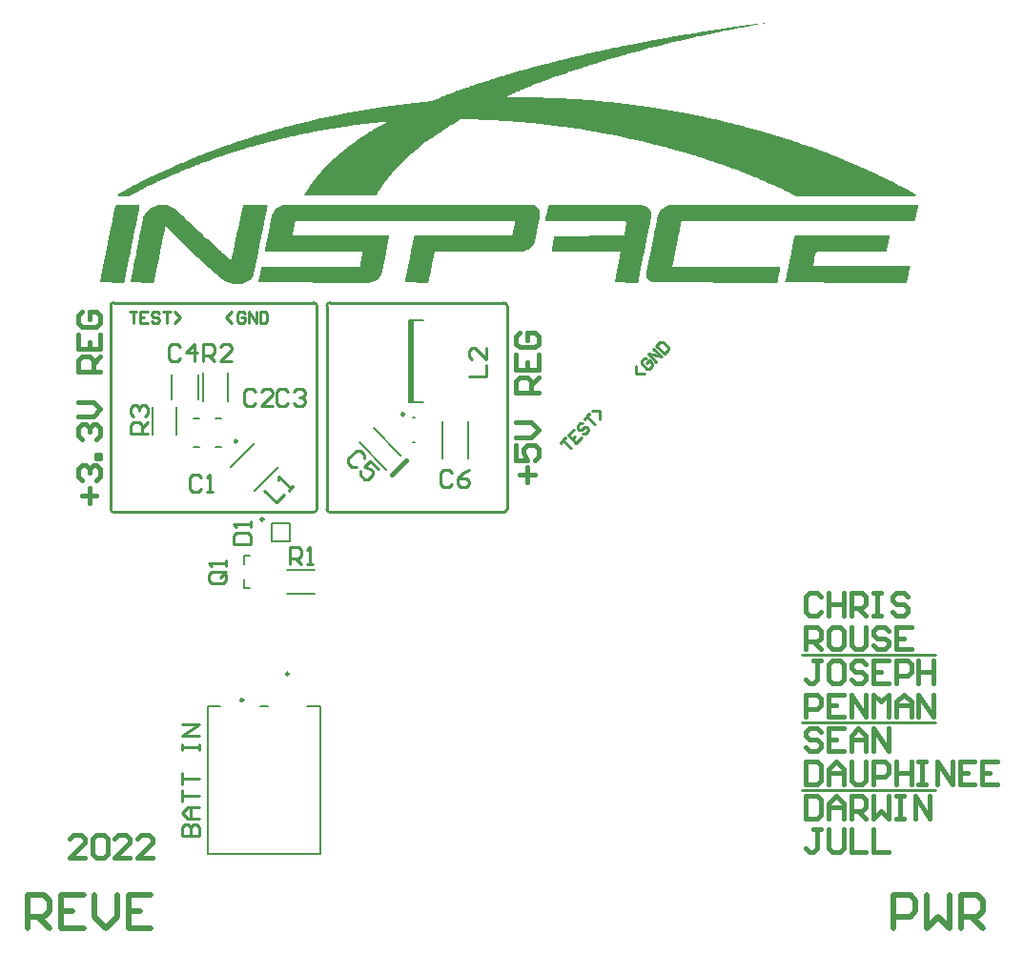
<source format=gbr>
%TF.GenerationSoftware,Altium Limited,Altium Designer,22.9.1 (49)*%
G04 Layer_Color=65535*
%FSLAX45Y45*%
%MOMM*%
%TF.SameCoordinates,682DF52B-C038-4893-B781-CD12F227844D*%
%TF.FilePolarity,Positive*%
%TF.FileFunction,Legend,Top*%
%TF.Part,Single*%
G01*
G75*
%TA.AperFunction,NonConductor*%
%ADD35C,0.25400*%
%ADD56C,0.25000*%
%ADD57C,0.20000*%
%ADD58C,0.40000*%
%ADD59C,0.50800*%
%ADD60R,0.55000X7.30000*%
G36*
X6950034Y8423523D02*
X6938413Y8420354D01*
X6922568Y8421411D01*
Y8423523D01*
X6948977Y8424580D01*
X6950034Y8423523D01*
D02*
G37*
G36*
X6894045Y8416129D02*
X6897215Y8412960D01*
X6883482Y8407678D01*
X6849677Y8405565D01*
X6834888Y8399227D01*
X6820099Y8397114D01*
X6793689Y8393945D01*
X6785238Y8391832D01*
X6773618Y8388663D01*
X6758829Y8386550D01*
X6738758Y8383381D01*
X6721856Y8379155D01*
X6694390Y8374930D01*
X6683826Y8372817D01*
X6672206Y8369648D01*
X6642627Y8365423D01*
X6617274Y8359084D01*
X6602485Y8356972D01*
X6586639Y8353802D01*
X6569737Y8349577D01*
X6559173Y8347464D01*
X6535933Y8343239D01*
X6517975Y8337957D01*
X6493678Y8334787D01*
X6485227Y8332675D01*
X6473607Y8329506D01*
X6465156Y8327393D01*
X6445084Y8324224D01*
X6436633Y8322111D01*
X6425013Y8318942D01*
X6416562Y8316829D01*
X6395435Y8314716D01*
X6384871Y8310491D01*
X6376420Y8308378D01*
X6361630Y8306265D01*
X6347898Y8303096D01*
X6329939Y8297814D01*
X6315150Y8295702D01*
X6301417Y8292533D01*
X6289797Y8289363D01*
X6281346Y8287251D01*
X6266556Y8285138D01*
X6252823Y8281969D01*
X6234865Y8276687D01*
X6216907Y8273518D01*
X6208455Y8271405D01*
X6198948Y8268236D01*
X6190497Y8266123D01*
X6170426Y8262954D01*
X6152468Y8257672D01*
X6144016Y8255559D01*
X6128171Y8252390D01*
X6110212Y8247108D01*
X6095423Y8244995D01*
X6081690Y8241826D01*
X6071126Y8237601D01*
X6058450Y8235488D01*
X6047886Y8233375D01*
X6039435Y8231262D01*
X6025702Y8225981D01*
X6005631Y8222811D01*
X5981334Y8215417D01*
X5963376Y8212248D01*
X5939079Y8204853D01*
X5922177Y8202740D01*
X5907387Y8196402D01*
X5892598Y8194289D01*
X5884147Y8192176D01*
X5873583Y8187951D01*
X5856681Y8183725D01*
X5845061Y8180556D01*
X5831328Y8175274D01*
X5810201Y8173162D01*
X5795411Y8166823D01*
X5771115Y8161541D01*
X5757382Y8156260D01*
X5748931Y8154147D01*
X5734141Y8152034D01*
X5719352Y8145696D01*
X5697168Y8140414D01*
X5679210Y8135132D01*
X5670759Y8133019D01*
X5659139Y8129850D01*
X5645406Y8124568D01*
X5628503Y8122455D01*
X5613714Y8116117D01*
X5605263Y8114004D01*
X5591530Y8110835D01*
X5579910Y8105554D01*
X5557726Y8100272D01*
X5543993Y8094990D01*
X5521809Y8089708D01*
X5508076Y8084426D01*
X5492231Y8081257D01*
X5481667Y8077031D01*
X5470047Y8073862D01*
X5461596Y8071749D01*
X5446806Y8065411D01*
X5438355Y8063298D01*
X5424622Y8060129D01*
X5413002Y8054847D01*
X5399269Y8051678D01*
X5390818Y8049565D01*
X5379198Y8044283D01*
X5357014Y8039001D01*
X5345394Y8033720D01*
X5326379Y8029494D01*
X5311590Y8023156D01*
X5299970Y8019987D01*
X5288349Y8014705D01*
X5279899Y8012592D01*
X5268278Y8009423D01*
X5256658Y8004141D01*
X5248207Y8002028D01*
X5235531Y7999915D01*
X5231305Y7995690D01*
X5219685Y7992521D01*
X5209121Y7990408D01*
X5191163Y7983013D01*
X5182712Y7980901D01*
X5163697Y7972450D01*
X5151020Y7970337D01*
X5132005Y7961886D01*
X5120385Y7958717D01*
X5108765Y7953435D01*
X5100314Y7951322D01*
X5088694Y7948153D01*
X5085525Y7944984D01*
X5070735Y7940758D01*
X5051721Y7932307D01*
X5037988Y7929138D01*
X5028480Y7923856D01*
X5020029Y7921743D01*
X5006296Y7916461D01*
X4994676Y7911180D01*
X4981999Y7909067D01*
X4962985Y7900616D01*
X4954534Y7898503D01*
X4950308Y7894278D01*
X4935519Y7890052D01*
X4916504Y7881601D01*
X4908053Y7879488D01*
X4889038Y7871037D01*
X4875305Y7865755D01*
X4863685Y7860473D01*
X4853121Y7858361D01*
X4834106Y7849910D01*
X4810866Y7839346D01*
X4802415Y7837233D01*
X4798190Y7833008D01*
X4789739Y7830895D01*
X4776006Y7825613D01*
X4772837Y7822444D01*
X4761216Y7819275D01*
X4750653Y7815049D01*
X4747484Y7811880D01*
X4730581Y7807654D01*
X4720017Y7801316D01*
X4706285Y7796034D01*
X4696777Y7790753D01*
X4683044Y7785471D01*
X4671424Y7780189D01*
X4659804Y7777019D01*
X4655578Y7768568D01*
X4658748Y7765399D01*
X4743258Y7767512D01*
X4902771Y7764343D01*
X4957703Y7762230D01*
X5016860Y7760118D01*
X5107709Y7758005D01*
X5147851Y7755892D01*
X5173204Y7753779D01*
X5202783Y7751666D01*
X5240812Y7749554D01*
X5291519Y7747441D01*
X5318985Y7745328D01*
X5340112Y7743215D01*
X5357014Y7741103D01*
X5390818Y7738990D01*
X5428848Y7736877D01*
X5449975Y7734764D01*
X5478498Y7731595D01*
X5486949Y7729482D01*
X5540824Y7726313D01*
X5557726Y7724201D01*
X5586248Y7721032D01*
X5594699Y7718919D01*
X5639067Y7716806D01*
X5645406Y7714693D01*
X5665477Y7711524D01*
X5684492Y7709411D01*
X5711957Y7707299D01*
X5728860Y7705186D01*
X5739423Y7703073D01*
X5752100Y7700960D01*
X5769002Y7698847D01*
X5796468Y7696735D01*
X5821821Y7692509D01*
X5832385Y7690396D01*
X5851400Y7688284D01*
X5872527Y7686171D01*
X5885204Y7684058D01*
X5906331Y7679833D01*
X5927459Y7677720D01*
X5946474Y7675607D01*
X5963376Y7671382D01*
X5976052Y7669269D01*
X5997180Y7667156D01*
X6022533Y7662931D01*
X6030984Y7660818D01*
X6043661Y7658705D01*
X6066901Y7656592D01*
X6077465Y7654479D01*
X6094367Y7650254D01*
X6122889Y7647085D01*
X6131340Y7644972D01*
X6145073Y7641803D01*
X6153524Y7639690D01*
X6182046Y7636521D01*
X6195779Y7633352D01*
X6204230Y7631239D01*
X6214794Y7629126D01*
X6227470Y7627014D01*
X6250711Y7622788D01*
X6262331Y7619619D01*
X6299304Y7614337D01*
X6310924Y7611168D01*
X6327826Y7606943D01*
X6347898Y7603773D01*
X6359518Y7600604D01*
X6367969Y7598492D01*
X6382758Y7596379D01*
X6398604Y7593210D01*
X6416562Y7587928D01*
X6447197Y7582646D01*
X6465156Y7577364D01*
X6487340Y7574195D01*
X6505298Y7568913D01*
X6513749Y7566800D01*
X6530651Y7564687D01*
X6536989Y7562575D01*
X6547553Y7558349D01*
X6578188Y7553067D01*
X6596147Y7547785D01*
X6604598Y7545672D01*
X6619387Y7543560D01*
X6629951Y7539334D01*
X6638402Y7537221D01*
X6653191Y7535109D01*
X6680657Y7526658D01*
X6698615Y7523489D01*
X6722912Y7516094D01*
X6739814Y7513981D01*
X6754603Y7507643D01*
X6769393Y7505530D01*
X6789464Y7498135D01*
X6800028Y7496023D01*
X6812704Y7493910D01*
X6823268Y7489685D01*
X6834888Y7486515D01*
X6857072Y7481233D01*
X6870805Y7475952D01*
X6888763Y7472782D01*
X6902496Y7467500D01*
X6910948Y7465388D01*
X6924680Y7462219D01*
X6935244Y7457993D01*
X6943695Y7455880D01*
X6954259Y7453768D01*
X6962710Y7451655D01*
X6974330Y7446373D01*
X6996514Y7441091D01*
X7008134Y7435809D01*
X7026093Y7432640D01*
X7036656Y7428414D01*
X7046164Y7425245D01*
X7059897Y7422076D01*
X7067292Y7418907D01*
X7077855Y7414682D01*
X7093701Y7411512D01*
X7105321Y7406231D01*
X7113772Y7404118D01*
X7127505Y7400949D01*
X7139125Y7395667D01*
X7158140Y7391441D01*
X7172930Y7385103D01*
X7189831Y7380878D01*
X7204621Y7374539D01*
X7218354Y7371370D01*
X7236312Y7363975D01*
X7250045Y7360806D01*
X7253214Y7357637D01*
X7270116Y7353412D01*
X7297582Y7342848D01*
X7308146Y7340735D01*
X7322935Y7334397D01*
X7331386Y7332284D01*
X7350401Y7323833D01*
X7363078Y7321720D01*
X7382092Y7313269D01*
X7393713Y7310100D01*
X7403220Y7304818D01*
X7420122Y7300593D01*
X7439137Y7292142D01*
X7449701Y7290029D01*
X7468716Y7281578D01*
X7477167Y7279465D01*
X7481392Y7275239D01*
X7493012Y7272070D01*
X7501463Y7269958D01*
X7510971Y7264676D01*
X7519422Y7262563D01*
X7529986Y7258338D01*
X7544775Y7251999D01*
X7553226Y7249886D01*
X7572241Y7241435D01*
X7580692Y7239323D01*
X7599707Y7230871D01*
X7608158Y7228759D01*
X7612383Y7224533D01*
X7620834Y7222421D01*
X7631398Y7218195D01*
X7646187Y7211857D01*
X7656751Y7207631D01*
X7671540Y7201293D01*
X7682104Y7197067D01*
X7696893Y7190729D01*
X7705345Y7188617D01*
X7709570Y7184391D01*
X7729641Y7176996D01*
X7732810Y7173827D01*
X7741261Y7171714D01*
X7754994Y7166432D01*
X7766614Y7161151D01*
X7777178Y7156925D01*
X7791968Y7150587D01*
X7838448Y7129459D01*
X7857463Y7121008D01*
X7868027Y7116783D01*
X7872252Y7112557D01*
X7880703Y7110445D01*
X7891267Y7106219D01*
X7895493Y7101993D01*
X7909226Y7098824D01*
X7916620Y7093542D01*
X7927184Y7089317D01*
X7950424Y7078753D01*
X7954650Y7076640D01*
X7958875Y7072415D01*
X7978947Y7065020D01*
X7982116Y7061851D01*
X7999018Y7055513D01*
X8003243Y7051287D01*
X8014864Y7048118D01*
X8022258Y7042836D01*
X8032822Y7038611D01*
X8056062Y7028047D01*
X8060288Y7025934D01*
X8064513Y7021709D01*
X8078246Y7016427D01*
X8091979Y7009032D01*
X8144798Y6981566D01*
X8155362Y6977341D01*
X8159587Y6975228D01*
X8163813Y6971002D01*
X8180715Y6964664D01*
X8184940Y6960439D01*
X8198673Y6955157D01*
X8203955Y6949875D01*
X8217688Y6944593D01*
X8220857Y6941424D01*
X8231421Y6937198D01*
X8235647Y6935085D01*
X8239872Y6930860D01*
X8253605Y6925578D01*
X8261000Y6920296D01*
X8288466Y6905507D01*
X8291635Y6902338D01*
X8289522Y6889661D01*
X8277902Y6886492D01*
X7225749Y6888605D01*
X7213072Y6897056D01*
X7201452Y6900225D01*
X7196170Y6905507D01*
X7182437Y6910789D01*
X7172930Y6916071D01*
X7145464Y6928747D01*
X7122223Y6939311D01*
X7117998Y6941424D01*
X7082081Y6958326D01*
X7071517Y6964664D01*
X7060953Y6968890D01*
X7054615Y6971002D01*
X7044051Y6977341D01*
X7032431Y6980510D01*
X7029262Y6983679D01*
X7018698Y6987904D01*
X7004965Y6993186D01*
X7001796Y6996356D01*
X6993345Y6998468D01*
X6946864Y7019596D01*
X6940526Y7021709D01*
X6921511Y7030160D01*
X6913060Y7032272D01*
X6908835Y7036498D01*
X6888763Y7043892D01*
X6885594Y7047062D01*
X6871862Y7050231D01*
X6858129Y7057625D01*
X6849677Y7059738D01*
X6839114Y7063964D01*
X6824324Y7070302D01*
X6805310Y7078753D01*
X6796859Y7080866D01*
X6777844Y7089317D01*
X6764111Y7094599D01*
X6760942Y7097768D01*
X6738758Y7103050D01*
X6735589Y7106219D01*
X6720799Y7110445D01*
X6701784Y7118895D01*
X6693334Y7121008D01*
X6674319Y7129459D01*
X6660586Y7132628D01*
X6651078Y7137910D01*
X6642627Y7140023D01*
X6628894Y7145305D01*
X6617274Y7150587D01*
X6604598Y7152700D01*
X6585583Y7161151D01*
X6577132Y7163263D01*
X6562342Y7169602D01*
X6545440Y7173827D01*
X6530651Y7180165D01*
X6522200Y7182278D01*
X6503185Y7190729D01*
X6487340Y7193898D01*
X6475719Y7199180D01*
X6467268Y7201293D01*
X6455648Y7204462D01*
X6444028Y7209744D01*
X6435577Y7211857D01*
X6423957Y7215026D01*
X6412337Y7220308D01*
X6398604Y7223477D01*
X6386984Y7228759D01*
X6378533Y7230871D01*
X6364800Y7234041D01*
X6354236Y7238266D01*
X6344728Y7241435D01*
X6330995Y7244605D01*
X6319375Y7249886D01*
X6310924Y7251999D01*
X6298248Y7254112D01*
X6283458Y7260450D01*
X6275008Y7262563D01*
X6262331Y7264676D01*
X6247541Y7271014D01*
X6225358Y7276296D01*
X6213737Y7281578D01*
X6197892Y7284747D01*
X6187328Y7288972D01*
X6175708Y7292142D01*
X6158806Y7294254D01*
X6144016Y7300593D01*
X6135565Y7302705D01*
X6122889Y7304818D01*
X6108100Y7311156D01*
X6088028Y7314325D01*
X6063732Y7321720D01*
X6055280Y7323833D01*
X6042604Y7325946D01*
X6032040Y7330171D01*
X6023589Y7332284D01*
X6008800Y7334397D01*
X5995067Y7339679D01*
X5983447Y7342848D01*
X5966545Y7344961D01*
X5951755Y7351299D01*
X5936966Y7353412D01*
X5928515Y7355524D01*
X5907387Y7361863D01*
X5892598Y7363975D01*
X5878865Y7367145D01*
X5860907Y7372426D01*
X5846118Y7374539D01*
X5822877Y7380878D01*
X5814426Y7382990D01*
X5794355Y7386159D01*
X5776397Y7391441D01*
X5767946Y7393554D01*
X5747874Y7396723D01*
X5729916Y7402005D01*
X5721465Y7404118D01*
X5701394Y7407287D01*
X5683435Y7412569D01*
X5668646Y7414682D01*
X5654913Y7417851D01*
X5636954Y7423132D01*
X5616883Y7426302D01*
X5606319Y7428414D01*
X5594699Y7431584D01*
X5586248Y7433696D01*
X5561952Y7436865D01*
X5553500Y7438978D01*
X5541880Y7442147D01*
X5533429Y7444260D01*
X5509133Y7447429D01*
X5483779Y7453768D01*
X5462652Y7455880D01*
X5449975Y7457993D01*
X5438355Y7461162D01*
X5429904Y7463275D01*
X5390818Y7468557D01*
X5382367Y7470670D01*
X5371803Y7472782D01*
X5343281Y7475952D01*
X5328492Y7478064D01*
X5311590Y7482290D01*
X5269335Y7486515D01*
X5245038Y7491797D01*
X5232361Y7493910D01*
X5209121Y7496023D01*
X5183768Y7500248D01*
X5173204Y7502361D01*
X5160528Y7504474D01*
X5135174Y7506586D01*
X5095032Y7512925D01*
X5073905Y7515038D01*
X5028480Y7518207D01*
X5022142Y7520319D01*
X5002071Y7523489D01*
X4978831Y7525601D01*
X4953477Y7527714D01*
X4936575Y7529827D01*
X4908053Y7532996D01*
X4893264Y7535109D01*
X4839388Y7538278D01*
X4810866Y7541447D01*
X4802415Y7543560D01*
X4762273Y7545672D01*
X4734807Y7547785D01*
X4697834Y7550954D01*
X4676706Y7553067D01*
X4614380Y7556236D01*
X4562617Y7559406D01*
X4539377Y7561518D01*
X4503460Y7563631D01*
X4446416Y7565744D01*
X4366131Y7567857D01*
X4271056Y7569969D01*
X4270000Y7571026D01*
X4263662Y7568913D01*
X4242534Y7566800D01*
X4227745Y7556236D01*
X4219294Y7554124D01*
X4212956Y7547785D01*
X4168588Y7522432D01*
X4164362Y7518207D01*
X4134784Y7501305D01*
X4130558Y7497079D01*
X4119994Y7492854D01*
X4115769Y7488628D01*
X4111543Y7486515D01*
X4100980Y7480177D01*
X4096754Y7475952D01*
X4086190Y7469613D01*
X4066119Y7455880D01*
X4058724Y7452711D01*
X4052386Y7446373D01*
X4037597Y7437922D01*
X4022808Y7427358D01*
X4002736Y7413625D01*
X3989003Y7404118D01*
X3984778Y7402005D01*
X3978440Y7395667D01*
X3974214Y7393554D01*
X3959425Y7382990D01*
X3955199Y7380878D01*
X3948861Y7374539D01*
X3944635Y7372426D01*
X3938297Y7366088D01*
X3934072Y7363975D01*
X3911888Y7348130D01*
X3910831Y7344961D01*
X3900268Y7338622D01*
X3893929Y7332284D01*
X3889704Y7330171D01*
X3883365Y7323833D01*
X3872802Y7317495D01*
X3866463Y7311156D01*
X3862238Y7309044D01*
X3853787Y7300593D01*
X3850618Y7299536D01*
X3848505Y7295311D01*
X3841110Y7290029D01*
X3834772Y7283691D01*
X3830547Y7281578D01*
X3822095Y7273127D01*
X3812588Y7267845D01*
X3811532Y7264676D01*
X3807306Y7262563D01*
X3796742Y7251999D01*
X3792517Y7249886D01*
X3788291Y7243548D01*
X3784066Y7241435D01*
X3765051Y7222421D01*
X3760826Y7220308D01*
X3677372Y7136854D01*
X3675259Y7132628D01*
X3658357Y7115726D01*
X3656244Y7111501D01*
X3639342Y7094599D01*
X3637229Y7090373D01*
X3628778Y7081922D01*
X3626665Y7077697D01*
X3618214Y7069246D01*
X3616101Y7065020D01*
X3609763Y7058682D01*
X3607651Y7054456D01*
X3604481Y7049174D01*
X3600256Y7047062D01*
X3592861Y7035442D01*
X3588636Y7031216D01*
X3586523Y7026991D01*
X3580185Y7020652D01*
X3578072Y7016427D01*
X3567508Y7001638D01*
X3565395Y6997412D01*
X3559057Y6991074D01*
X3550606Y6976284D01*
X3535817Y6955157D01*
X3529479Y6944593D01*
X3512576Y6915014D01*
X3506238Y6904451D01*
X3504125Y6900225D01*
X3498843Y6894943D01*
X3481941Y6892830D01*
X3475603Y6894943D01*
X2878749Y6893887D01*
X2873467Y6894943D01*
X2867129Y6892830D01*
X2861847Y6898112D01*
X2863960Y6906563D01*
X2868185Y6910789D01*
X2870298Y6917127D01*
X2878749Y6929804D01*
X2880862Y6936142D01*
X2887200Y6942480D01*
X2891426Y6953044D01*
X2897764Y6959382D01*
X2899877Y6965720D01*
X2910440Y6980510D01*
X2912553Y6984735D01*
X2916779Y6988961D01*
X2923117Y6999525D01*
X2927342Y7003750D01*
X2933681Y7014314D01*
X2937906Y7018539D01*
X2944245Y7029103D01*
X2948470Y7033329D01*
X2950583Y7037554D01*
X2959034Y7046005D01*
X2965372Y7056569D01*
X2969598Y7060795D01*
X2971710Y7065020D01*
X2980161Y7073471D01*
X2982274Y7077697D01*
X2990725Y7086148D01*
X2992838Y7090373D01*
X2999176Y7094599D01*
X3001289Y7098824D01*
X3009740Y7107275D01*
X3011853Y7111501D01*
X3018191Y7115726D01*
X3020304Y7119952D01*
X3039319Y7138967D01*
X3041431Y7143192D01*
X3062559Y7164320D01*
X3063615Y7167489D01*
X3067841Y7169602D01*
X3088968Y7190729D01*
X3093194Y7192842D01*
X3114322Y7213970D01*
X3118547Y7216082D01*
X3122773Y7222421D01*
X3126998Y7224533D01*
X3143900Y7241435D01*
X3148126Y7243548D01*
X3156577Y7251999D01*
X3160802Y7254112D01*
X3169253Y7262563D01*
X3173479Y7264676D01*
X3181930Y7273127D01*
X3186155Y7275239D01*
X3194606Y7283691D01*
X3198832Y7285803D01*
X3207283Y7294254D01*
X3211508Y7296367D01*
X3217847Y7302705D01*
X3222072Y7304818D01*
X3228411Y7311156D01*
X3238974Y7317495D01*
X3243200Y7321720D01*
X3247425Y7323833D01*
X3255876Y7332284D01*
X3266440Y7338622D01*
X3270666Y7342848D01*
X3281229Y7349186D01*
X3285455Y7353412D01*
X3289680Y7355524D01*
X3296019Y7361863D01*
X3310808Y7370314D01*
X3315034Y7374539D01*
X3325597Y7380878D01*
X3340387Y7391441D01*
X3366796Y7409400D01*
X3369965Y7412569D01*
X3384754Y7421020D01*
X3407995Y7435809D01*
X3412221Y7437922D01*
X3416446Y7442147D01*
X3446025Y7459050D01*
X3450250Y7463275D01*
X3460814Y7467500D01*
X3467152Y7473839D01*
X3481941Y7482290D01*
X3500956Y7492854D01*
X3515746Y7501305D01*
X3553775Y7522432D01*
X3568565Y7530883D01*
X3579128Y7535109D01*
X3583354Y7537221D01*
X3586523Y7540391D01*
X3585467Y7545672D01*
X3536873Y7543560D01*
X3530535Y7541447D01*
X3506238Y7538278D01*
X3480885Y7536165D01*
X3435461Y7532996D01*
X3429122Y7530883D01*
X3407995Y7528771D01*
X3399544Y7526658D01*
X3357289Y7524545D01*
X3350950Y7522432D01*
X3325597Y7518207D01*
X3310808Y7516094D01*
X3271722Y7510812D01*
X3261158Y7508699D01*
X3232636Y7505530D01*
X3200945Y7503417D01*
X3194606Y7501305D01*
X3177704Y7497079D01*
X3150239Y7494966D01*
X3141787Y7492854D01*
X3128054Y7489685D01*
X3117491Y7487572D01*
X3088968Y7484403D01*
X3064672Y7479121D01*
X3054108Y7477008D01*
X3035093Y7474895D01*
X3018191Y7472782D01*
X3009740Y7470670D01*
X2998120Y7467500D01*
X2983331Y7465388D01*
X2963260Y7462219D01*
X2951639Y7459050D01*
X2943188Y7456937D01*
X2928399Y7454824D01*
X2904102Y7449542D01*
X2895651Y7447429D01*
X2882975Y7445317D01*
X2866072Y7443204D01*
X2855509Y7441091D01*
X2843889Y7437922D01*
X2835438Y7435809D01*
X2815366Y7432640D01*
X2797408Y7427358D01*
X2788957Y7425245D01*
X2766773Y7422076D01*
X2748814Y7416794D01*
X2740363Y7414682D01*
X2720292Y7411512D01*
X2702334Y7406231D01*
X2693883Y7404118D01*
X2673812Y7400949D01*
X2655853Y7395667D01*
X2641064Y7393554D01*
X2613598Y7385103D01*
X2591414Y7379821D01*
X2573456Y7374539D01*
X2555497Y7371370D01*
X2544933Y7367145D01*
X2536482Y7365032D01*
X2523806Y7362919D01*
X2515355Y7360806D01*
X2504791Y7356581D01*
X2494227Y7354468D01*
X2481551Y7352355D01*
X2464649Y7346017D01*
X2456198Y7343904D01*
X2443521Y7341792D01*
X2425563Y7334397D01*
X2407604Y7331228D01*
X2397040Y7327002D01*
X2387533Y7323833D01*
X2371687Y7320664D01*
X2361123Y7316438D01*
X2349503Y7313269D01*
X2336827Y7311156D01*
X2322037Y7304818D01*
X2313586Y7302705D01*
X2300910Y7300593D01*
X2286120Y7294254D01*
X2269218Y7290029D01*
X2254429Y7283691D01*
X2235414Y7279465D01*
X2220625Y7273127D01*
X2206892Y7269958D01*
X2195272Y7264676D01*
X2186821Y7262563D01*
X2175201Y7259394D01*
X2163581Y7254112D01*
X2144566Y7249886D01*
X2129776Y7243548D01*
X2112874Y7239323D01*
X2093859Y7230871D01*
X2085409Y7228759D01*
X2070619Y7222421D01*
X2056886Y7219252D01*
X2047379Y7213970D01*
X2030477Y7209744D01*
X2026251Y7207631D01*
X2011462Y7201293D01*
X2000898Y7199180D01*
X1981883Y7190729D01*
X1971320Y7188617D01*
X1956530Y7182278D01*
X1948079Y7180165D01*
X1943854Y7178053D01*
X1929064Y7171714D01*
X1915331Y7166432D01*
X1912162Y7163263D01*
X1898429Y7160094D01*
X1876245Y7150587D01*
X1867794Y7148474D01*
X1848780Y7140023D01*
X1840329Y7137910D01*
X1836103Y7133685D01*
X1819201Y7129459D01*
X1800186Y7121008D01*
X1786453Y7115726D01*
X1783284Y7112557D01*
X1771664Y7109388D01*
X1749480Y7099881D01*
X1726240Y7089317D01*
X1717789Y7087204D01*
X1713563Y7082978D01*
X1693492Y7075584D01*
X1690323Y7072415D01*
X1678703Y7069246D01*
X1668139Y7065020D01*
X1664970Y7061851D01*
X1656519Y7059738D01*
X1645955Y7055513D01*
X1631166Y7049174D01*
X1584685Y7028047D01*
X1580459Y7025934D01*
X1569896Y7019596D01*
X1561444Y7017483D01*
X1548768Y7009032D01*
X1538204Y7006919D01*
X1533979Y7002694D01*
X1523415Y6998468D01*
X1476934Y6977341D01*
X1472709Y6975228D01*
X1428341Y6951988D01*
X1417777Y6947762D01*
X1407213Y6941424D01*
X1396649Y6937198D01*
X1392424Y6935085D01*
X1381860Y6928747D01*
X1299462Y6888605D01*
X1291011Y6886492D01*
X1206501Y6888605D01*
X1203332Y6891774D01*
X1205445Y6904451D01*
X1208614Y6907620D01*
X1217065Y6909732D01*
X1223403Y6916071D01*
X1233967Y6920296D01*
X1238193Y6924522D01*
X1248756Y6928747D01*
X1252982Y6930860D01*
X1263546Y6937198D01*
X1278335Y6945649D01*
X1354394Y6985792D01*
X1364958Y6990017D01*
X1369183Y6992130D01*
X1373409Y6996356D01*
X1387142Y7001638D01*
X1400875Y7009032D01*
X1504400Y7059738D01*
X1514964Y7066077D01*
X1525528Y7070302D01*
X1533979Y7072415D01*
X1540317Y7078753D01*
X1551937Y7081922D01*
X1555106Y7085091D01*
X1559332Y7087204D01*
X1565670Y7089317D01*
X1681872Y7142136D01*
X1686097Y7144249D01*
X1700887Y7150587D01*
X1724127Y7161151D01*
X1732578Y7163263D01*
X1743142Y7169602D01*
X1756875Y7174884D01*
X1760044Y7178053D01*
X1768495Y7180165D01*
X1779059Y7184391D01*
X1817088Y7201293D01*
X1825539Y7203406D01*
X1836103Y7209744D01*
X1844554Y7211857D01*
X1867794Y7222421D01*
X1876245Y7224533D01*
X1914275Y7241435D01*
X1925895Y7244605D01*
X1935403Y7249886D01*
X1943854Y7251999D01*
X1957587Y7257281D01*
X1960756Y7260450D01*
X1974489Y7263619D01*
X1996673Y7273127D01*
X2005124Y7275239D01*
X2019913Y7281578D01*
X2047379Y7292142D01*
X2055830Y7294254D01*
X2060055Y7296367D01*
X2074845Y7302705D01*
X2086465Y7305875D01*
X2095972Y7311156D01*
X2112874Y7315382D01*
X2131889Y7323833D01*
X2142453Y7325946D01*
X2157242Y7332284D01*
X2165693Y7334397D01*
X2184708Y7342848D01*
X2198441Y7346017D01*
X2216399Y7353412D01*
X2228020Y7356581D01*
X2239640Y7361863D01*
X2248091Y7363975D01*
X2259711Y7367145D01*
X2271331Y7372426D01*
X2285064Y7375596D01*
X2292459Y7378765D01*
X2303023Y7382990D01*
X2316756Y7386159D01*
X2328376Y7391441D01*
X2336827Y7393554D01*
X2348447Y7396723D01*
X2355841Y7399892D01*
X2366405Y7404118D01*
X2382251Y7407287D01*
X2393871Y7412569D01*
X2412886Y7416794D01*
X2427675Y7423132D01*
X2449859Y7428414D01*
X2461479Y7433696D01*
X2477325Y7436865D01*
X2487889Y7441091D01*
X2499509Y7444260D01*
X2513242Y7447429D01*
X2523806Y7451655D01*
X2547046Y7457993D01*
X2557610Y7462219D01*
X2566061Y7464331D01*
X2578738Y7466444D01*
X2589301Y7470670D01*
X2600921Y7473839D01*
X2609372Y7475952D01*
X2619936Y7478064D01*
X2634725Y7484403D01*
X2651628Y7486515D01*
X2666417Y7492854D01*
X2695996Y7499192D01*
X2706559Y7503417D01*
X2715010Y7505530D01*
X2731912Y7507643D01*
X2746702Y7513981D01*
X2761491Y7516094D01*
X2788957Y7524545D01*
X2803746Y7526658D01*
X2817479Y7531940D01*
X2825930Y7534052D01*
X2838607Y7536165D01*
X2849171Y7538278D01*
X2859734Y7542503D01*
X2868185Y7544616D01*
X2880862Y7546729D01*
X2891426Y7548842D01*
X2909384Y7554124D01*
X2917835Y7556236D01*
X2934737Y7558349D01*
X2945301Y7562575D01*
X2953752Y7564687D01*
X2968541Y7566800D01*
X2976992Y7568913D01*
X2998120Y7575251D01*
X3028755Y7580533D01*
X3038262Y7583702D01*
X3046713Y7585815D01*
X3068897Y7588984D01*
X3086856Y7594266D01*
X3095307Y7596379D01*
X3116434Y7598492D01*
X3122773Y7600604D01*
X3137562Y7604830D01*
X3152351Y7606943D01*
X3170310Y7610112D01*
X3178761Y7612224D01*
X3190381Y7615393D01*
X3205170Y7617506D01*
X3223129Y7620675D01*
X3234749Y7623845D01*
X3243200Y7625957D01*
X3269609Y7629126D01*
X3280173Y7631239D01*
X3297075Y7635465D01*
X3335105Y7641803D01*
X3343556Y7643916D01*
X3354120Y7646029D01*
X3373134Y7648141D01*
X3396375Y7652367D01*
X3404826Y7654479D01*
X3433348Y7657649D01*
X3441799Y7659761D01*
X3457645Y7662931D01*
X3466096Y7665043D01*
X3482998Y7667156D01*
X3504125Y7669269D01*
X3516802Y7671382D01*
X3525253Y7673494D01*
X3535817Y7675607D01*
X3552719Y7677720D01*
X3573846Y7679833D01*
X3594974Y7684058D01*
X3607651Y7686171D01*
X3628778Y7688284D01*
X3647793Y7690396D01*
X3660469Y7692509D01*
X3668921Y7694622D01*
X3697443Y7697791D01*
X3728078Y7700960D01*
X3740754Y7703073D01*
X3751318Y7705186D01*
X3770333Y7707299D01*
X3795686Y7709411D01*
X3814701Y7711524D01*
X3840054Y7715750D01*
X3863294Y7717862D01*
X3892873Y7719975D01*
X3909775Y7722088D01*
X3922451Y7724201D01*
X3939354Y7726313D01*
X3966819Y7728426D01*
X3985834Y7730539D01*
X3993229Y7733708D01*
X4003793Y7737933D01*
X4015413Y7741103D01*
X4029146Y7748497D01*
X4040766Y7751666D01*
X4050273Y7756948D01*
X4058724Y7759061D01*
X4069288Y7763287D01*
X4084077Y7769625D01*
X4094641Y7771738D01*
X4098867Y7775963D01*
X4113656Y7780189D01*
X4132671Y7788640D01*
X4141122Y7790753D01*
X4160137Y7799204D01*
X4168588Y7801316D01*
X4187602Y7809767D01*
X4198166Y7811880D01*
X4217181Y7820331D01*
X4227745Y7822444D01*
X4242534Y7828782D01*
X4250985Y7830895D01*
X4270000Y7839346D01*
X4281620Y7842515D01*
X4299579Y7849910D01*
X4311199Y7853079D01*
X4322819Y7858361D01*
X4339721Y7862586D01*
X4354510Y7868925D01*
X4371413Y7873150D01*
X4386202Y7879488D01*
X4403104Y7883714D01*
X4407330Y7887939D01*
X4415780Y7890052D01*
X4429513Y7893221D01*
X4439021Y7898503D01*
X4447472Y7900616D01*
X4461205Y7903785D01*
X4472825Y7909067D01*
X4481276Y7911180D01*
X4491840Y7913293D01*
X4506629Y7919631D01*
X4525644Y7923856D01*
X4540433Y7930194D01*
X4548884Y7932307D01*
X4560504Y7935476D01*
X4572124Y7940758D01*
X4587970Y7943927D01*
X4599590Y7949209D01*
X4608041Y7951322D01*
X4623887Y7954491D01*
X4635507Y7959773D01*
X4657691Y7965055D01*
X4671424Y7970337D01*
X4679875Y7972450D01*
X4692552Y7974562D01*
X4707341Y7980901D01*
X4721074Y7984070D01*
X4731638Y7988295D01*
X4743258Y7991465D01*
X4756991Y7994633D01*
X4767555Y7998859D01*
X4776006Y8000972D01*
X4788682Y8003085D01*
X4797133Y8005197D01*
X4808753Y8010479D01*
X4823543Y8012592D01*
X4831994Y8014705D01*
X4842557Y8018930D01*
X4859460Y8023156D01*
X4871080Y8026325D01*
X4884813Y8031607D01*
X4902771Y8034776D01*
X4913335Y8039001D01*
X4924955Y8042171D01*
X4941857Y8044283D01*
X4952421Y8048509D01*
X4967210Y8052734D01*
X4983056Y8055904D01*
X4993620Y8060129D01*
X5002071Y8062242D01*
X5014747Y8064355D01*
X5039044Y8071749D01*
X5047495Y8073862D01*
X5063341Y8077031D01*
X5077074Y8082313D01*
X5098201Y8084426D01*
X5108765Y8088651D01*
X5123554Y8092877D01*
X5140456Y8094990D01*
X5151020Y8099215D01*
X5165810Y8103441D01*
X5182712Y8105554D01*
X5193275Y8109779D01*
X5210177Y8114004D01*
X5226023Y8117174D01*
X5243982Y8122455D01*
X5271447Y8126681D01*
X5282011Y8130907D01*
X5290462Y8133019D01*
X5310533Y8136188D01*
X5328492Y8141470D01*
X5336943Y8143583D01*
X5354901Y8146752D01*
X5365465Y8150978D01*
X5376029Y8153090D01*
X5392931Y8155203D01*
X5401382Y8157316D01*
X5413002Y8160485D01*
X5429904Y8164711D01*
X5449975Y8167880D01*
X5461596Y8171049D01*
X5470047Y8173162D01*
X5484836Y8175274D01*
X5498569Y8178444D01*
X5516527Y8183725D01*
X5536599Y8186894D01*
X5545050Y8189007D01*
X5556670Y8192176D01*
X5565121Y8194289D01*
X5587305Y8197458D01*
X5605263Y8202740D01*
X5620053Y8204853D01*
X5640124Y8208022D01*
X5658082Y8213304D01*
X5672871Y8215417D01*
X5688717Y8218586D01*
X5705619Y8222811D01*
X5716183Y8224924D01*
X5739423Y8229150D01*
X5756325Y8233375D01*
X5794355Y8239714D01*
X5805975Y8242883D01*
X5842948Y8248165D01*
X5854569Y8251334D01*
X5871471Y8255559D01*
X5892598Y8257672D01*
X5898936Y8259785D01*
X5913726Y8264010D01*
X5934853Y8266123D01*
X5952812Y8269292D01*
X5961263Y8271405D01*
X5972883Y8274574D01*
X5999293Y8277743D01*
X6024646Y8284081D01*
X6058450Y8288307D01*
X6069014Y8290420D01*
X6080634Y8293589D01*
X6089085Y8295702D01*
X6117607Y8298871D01*
X6134509Y8303096D01*
X6147186Y8305209D01*
X6158806Y8306265D01*
X6160919D01*
X6185215Y8311547D01*
X6193666Y8313660D01*
X6222188Y8316829D01*
X6240147Y8319998D01*
X6251767Y8323168D01*
X6281346Y8327393D01*
X6301417Y8330562D01*
X6313037Y8333731D01*
X6334165Y8335844D01*
X6348954Y8337957D01*
X6366912Y8341126D01*
X6375363Y8343239D01*
X6388040Y8345351D01*
X6407055Y8347464D01*
X6430295Y8351690D01*
X6438746Y8353802D01*
X6451423Y8355915D01*
X6474663Y8358028D01*
X6487340Y8360141D01*
X6495791Y8362254D01*
X6506354Y8364366D01*
X6523256Y8366479D01*
X6546497Y8368592D01*
X6559173Y8370705D01*
X6567624Y8372817D01*
X6578188Y8374930D01*
X6597203Y8377043D01*
X6614105Y8379155D01*
X6635233Y8383381D01*
X6647909Y8385494D01*
X6666924Y8387607D01*
X6683826Y8389719D01*
X6696502Y8391832D01*
X6707066Y8393945D01*
X6719743Y8396058D01*
X6757773Y8400283D01*
X6783126Y8404509D01*
X6793689Y8406621D01*
X6812704Y8408734D01*
X6835945Y8410847D01*
X6844396Y8412960D01*
X6856016Y8416129D01*
X6870805Y8418241D01*
X6894045Y8416129D01*
D02*
G37*
G36*
X7236312Y6540000D02*
X8052893Y6541056D01*
X8057119Y6538943D01*
X8058175Y6531549D01*
X8056062Y6520985D01*
X8053950Y6512534D01*
X8050780Y6500914D01*
X8048668Y6479786D01*
X8040217Y6445982D01*
X8034935Y6413234D01*
X8030709Y6402670D01*
X8026484Y6396332D01*
X8018033Y6394219D01*
X8008525Y6395276D01*
X7424348Y6394219D01*
X7418009Y6396332D01*
X7411671Y6394219D01*
X7402164Y6388938D01*
X7400051Y6374148D01*
X7396882Y6356190D01*
X7391600Y6338231D01*
X7386318Y6307596D01*
X7384205Y6299145D01*
X7381036Y6287525D01*
X7383149Y6270623D01*
X8238816Y6268510D01*
X8240929Y6260059D01*
X8236703Y6249496D01*
X8233534Y6235763D01*
X8229308Y6208297D01*
X8222970Y6182944D01*
X8220857Y6166042D01*
X8218745Y6155478D01*
X8216632Y6147027D01*
X8213463Y6135407D01*
X8210294Y6119561D01*
X8203955Y6117448D01*
X7823659D01*
X7132787Y6119561D01*
X7129618Y6124843D01*
X7133843Y6135407D01*
X7135956Y6143858D01*
X7139125Y6168154D01*
X7142295Y6179775D01*
X7146520Y6196677D01*
X7148633Y6217804D01*
X7150746Y6224142D01*
X7154971Y6238932D01*
X7157084Y6253721D01*
X7160253Y6271680D01*
X7163422Y6283300D01*
X7165535Y6291751D01*
X7170817Y6324498D01*
X7173986Y6336119D01*
X7176099Y6344570D01*
X7181381Y6375205D01*
X7184550Y6386825D01*
X7186663Y6395276D01*
X7189831Y6419573D01*
X7191944Y6428024D01*
X7195113Y6439644D01*
X7197226Y6448095D01*
X7200395Y6472391D01*
X7205677Y6490350D01*
X7210959Y6523098D01*
X7215185Y6533662D01*
X7219410Y6540000D01*
X7229974Y6542113D01*
X7236312Y6540000D01*
D02*
G37*
G36*
X4897489Y6806207D02*
X4926011Y6792474D01*
X4928124Y6788249D01*
X4935519Y6782967D01*
X4942914Y6771347D01*
X4947139Y6760783D01*
X4953477Y6737543D01*
X4951364Y6705851D01*
X4949252Y6699513D01*
X4947139Y6684724D01*
X4943970Y6666765D01*
X4941857Y6658314D01*
X4938688Y6646694D01*
X4936575Y6631905D01*
X4933406Y6613946D01*
X4931293Y6605495D01*
X4928124Y6593875D01*
X4926011Y6572748D01*
X4921786Y6555845D01*
X4917560Y6541056D01*
X4915448Y6519929D01*
X4913335Y6511477D01*
X4906997Y6490350D01*
X4903828Y6476617D01*
X4896433Y6462884D01*
X4890095Y6452320D01*
X4880587Y6440700D01*
X4877418Y6437531D01*
X4875305Y6433305D01*
X4872136Y6430136D01*
X4867911Y6428024D01*
X4859460Y6419573D01*
X4855234Y6417460D01*
X4851009Y6413234D01*
X4837276Y6407952D01*
X4823543Y6400558D01*
X4807697Y6397389D01*
X4779175Y6394219D01*
X4032315Y6395276D01*
X4019638Y6393163D01*
X4015413Y6388938D01*
X4013300Y6374148D01*
X4010131Y6356190D01*
X4006962Y6344570D01*
X4004849Y6336119D01*
X3999567Y6305484D01*
X3996398Y6293863D01*
X3994285Y6285412D01*
X3991116Y6261116D01*
X3985834Y6243157D01*
X3983722Y6228368D01*
X3980552Y6210409D01*
X3977383Y6198789D01*
X3973158Y6181887D01*
X3971045Y6160760D01*
X3968932Y6154422D01*
X3964707Y6139632D01*
X3962594Y6124843D01*
X3960481Y6120617D01*
X3957312Y6117448D01*
X3754487Y6119561D01*
X3751318Y6122730D01*
X3753431Y6131181D01*
X3757656Y6141745D01*
X3759769Y6162873D01*
X3761882Y6171323D01*
X3765051Y6185056D01*
X3768220Y6196677D01*
X3770333Y6211466D01*
X3773502Y6229424D01*
X3775615Y6237876D01*
X3778784Y6249496D01*
X3784066Y6282243D01*
X3787235Y6293863D01*
X3789348Y6302315D01*
X3794630Y6332949D01*
X3798855Y6349852D01*
X3803081Y6377317D01*
X3805193Y6385769D01*
X3808362Y6397389D01*
X3810475Y6405840D01*
X3813644Y6430136D01*
X3818926Y6448095D01*
X3821039Y6462884D01*
X3824208Y6480843D01*
X3826321Y6489294D01*
X3829490Y6500914D01*
X3831603Y6515703D01*
X3834772Y6531549D01*
X3840054Y6538943D01*
X4699946Y6541056D01*
X4707341Y6544225D01*
X4710510Y6547394D01*
X4712623Y6555845D01*
X4715792Y6580142D01*
X4721074Y6598101D01*
X4723187Y6612890D01*
X4726356Y6630848D01*
X4729525Y6642469D01*
X4733751Y6657258D01*
X4730581Y6664652D01*
X3017135D01*
X2780506Y6662540D01*
X2777337Y6659371D01*
X2775224Y6631905D01*
X2770999Y6621341D01*
X2768886Y6612890D01*
X2764660Y6583311D01*
X2758322Y6562184D01*
X2756209Y6547394D01*
X2758322Y6543169D01*
X2761491Y6540000D01*
X3615045Y6537887D01*
X3616101Y6526267D01*
X3611876Y6515703D01*
X3607651Y6490350D01*
X3604481Y6472391D01*
X3599200Y6454433D01*
X3596030Y6430136D01*
X3593918Y6421685D01*
X3590748Y6410065D01*
X3588636Y6401614D01*
X3585467Y6377317D01*
X3583354Y6368866D01*
X3580185Y6357246D01*
X3578072Y6348795D01*
X3574903Y6324498D01*
X3571734Y6312878D01*
X3567508Y6295976D01*
X3565395Y6274849D01*
X3563283Y6268510D01*
X3559057Y6253721D01*
X3556944Y6232594D01*
X3549550Y6212522D01*
X3547437Y6201959D01*
X3543211Y6191395D01*
X3537929Y6181887D01*
X3529479Y6167098D01*
X3519971Y6155478D01*
X3516802Y6152309D01*
X3514689Y6148083D01*
X3498843Y6136463D01*
X3479829Y6128012D01*
X3450250Y6119561D01*
X3429122Y6117448D01*
X2454085Y6118505D01*
X2451972Y6126956D01*
X2456198Y6143858D01*
X2460423Y6158647D01*
X2462536Y6173436D01*
X2465705Y6189282D01*
X2467818Y6197733D01*
X2470987Y6209353D01*
X2476269Y6239988D01*
X2478381Y6248439D01*
X2481551Y6255834D01*
X2484720Y6259003D01*
X2493171Y6261116D01*
X3352007Y6262172D01*
X3354120Y6270623D01*
X3356232Y6285412D01*
X3360458Y6300202D01*
X3364683Y6317104D01*
X3366796Y6338231D01*
X3368909Y6344570D01*
X3373134Y6359359D01*
X3377360Y6388938D01*
X3372078Y6394219D01*
X3363627Y6396332D01*
X3355176Y6394219D01*
X2530144Y6395276D01*
X2518524Y6394219D01*
X2511129Y6399501D01*
X2514298Y6430136D01*
X2516411Y6440700D01*
X2521693Y6458659D01*
X2524862Y6482955D01*
X2531200Y6508308D01*
X2533313Y6520985D01*
X2537539Y6544225D01*
X2541764Y6561127D01*
X2545990Y6588593D01*
X2548102Y6597044D01*
X2551272Y6608664D01*
X2553384Y6623454D01*
X2556553Y6641412D01*
X2559723Y6653032D01*
X2561835Y6661483D01*
X2563948Y6676273D01*
X2567117Y6694231D01*
X2572399Y6712190D01*
X2576625Y6729092D01*
X2580850Y6733317D01*
X2585076Y6743881D01*
X2587188Y6748106D01*
X2593527Y6754445D01*
X2599865Y6765009D01*
X2619936Y6785080D01*
X2630500Y6791418D01*
X2657966Y6804095D01*
X2672755Y6806207D01*
X2700221Y6808320D01*
X4897489Y6806207D01*
D02*
G37*
G36*
X8312762Y6807264D02*
X8311706Y6789305D01*
X8307480Y6787192D01*
X8304311Y6775572D01*
X8302199Y6760783D01*
X8299029Y6744937D01*
X8293747Y6726979D01*
X8290579Y6706908D01*
X8288466Y6698457D01*
X8283184Y6680498D01*
X8281071Y6667822D01*
X8277902Y6664652D01*
X6917286D01*
X6209512Y6662540D01*
X6206343Y6659371D01*
X6204230Y6638243D01*
X6202117Y6629792D01*
X6200004Y6617116D01*
X6197892Y6610777D01*
X6193666Y6593875D01*
X6191554Y6572748D01*
X6189441Y6566409D01*
X6185215Y6551620D01*
X6179933Y6520985D01*
X6175708Y6504083D01*
X6173595Y6491406D01*
X6169369Y6468166D01*
X6166200Y6456546D01*
X6164087Y6448095D01*
X6160919Y6423798D01*
X6157749Y6412178D01*
X6153524Y6395276D01*
X6151411Y6374148D01*
X6149298Y6367810D01*
X6145073Y6353021D01*
X6142960Y6338231D01*
X6139791Y6320273D01*
X6136622Y6308653D01*
X6134509Y6300202D01*
X6132396Y6285412D01*
X6129227Y6269567D01*
X6128171Y6266398D01*
X6133453Y6261116D01*
X6144016Y6259003D01*
X6150355Y6261116D01*
X7084194Y6259003D01*
X7087363Y6255834D01*
X7084194Y6233650D01*
X7079968Y6216748D01*
X7076799Y6205128D01*
X7073630Y6180831D01*
X7070461Y6169211D01*
X7066235Y6152309D01*
X7063066Y6130125D01*
X7058841Y6119561D01*
X7050390Y6117448D01*
X5951755Y6119561D01*
X5928515Y6132237D01*
X5910557Y6145970D01*
X5908444Y6150196D01*
X5904218Y6154422D01*
X5899993Y6164985D01*
X5897880Y6198789D01*
X5899993Y6213579D01*
X5902106Y6234706D01*
X5906331Y6245270D01*
X5908444Y6260059D01*
X5910557Y6268510D01*
X5912669Y6287525D01*
X5916895Y6298089D01*
X5921120Y6327668D01*
X5924290Y6339288D01*
X5928515Y6356190D01*
X5930628Y6373092D01*
X5932741Y6383656D01*
X5934853Y6392107D01*
X5938022Y6403727D01*
X5940135Y6418516D01*
X5943304Y6436475D01*
X5946474Y6448095D01*
X5948586Y6456546D01*
X5950699Y6471335D01*
X5953868Y6489294D01*
X5959150Y6507252D01*
X5962319Y6531549D01*
X5964432Y6540000D01*
X5967601Y6551620D01*
X5969714Y6560071D01*
X5972883Y6584368D01*
X5976052Y6595988D01*
X5980278Y6612890D01*
X5982390Y6634017D01*
X5984503Y6640356D01*
X5988729Y6655145D01*
X5990841Y6669934D01*
X5994011Y6687893D01*
X5999293Y6705851D01*
X6003518Y6724866D01*
X6009856Y6735430D01*
X6018307Y6750219D01*
X6028871Y6765009D01*
X6033097Y6769234D01*
X6035209Y6773460D01*
X6042604Y6778741D01*
X6048942Y6785080D01*
X6059506Y6791418D01*
X6086972Y6804095D01*
X6101761Y6806207D01*
X6129227Y6808320D01*
X8312762Y6807264D01*
D02*
G37*
G36*
X5865132Y6806207D02*
X5871471Y6804095D01*
X5879922Y6801982D01*
X5894711Y6795644D01*
X5905275Y6789305D01*
X5920064Y6778741D01*
X5929572Y6769234D01*
X5931684Y6765009D01*
X5935910Y6760783D01*
X5940135Y6750219D01*
X5942248Y6722753D01*
X5939079Y6690006D01*
X5932741Y6664652D01*
X5930628Y6654089D01*
X5928515Y6637187D01*
X5926402Y6628736D01*
X5923233Y6617116D01*
X5921120Y6608664D01*
X5919008Y6587537D01*
X5916895Y6579086D01*
X5912669Y6564296D01*
X5910557Y6555845D01*
X5907387Y6533662D01*
X5905275Y6525210D01*
X5902106Y6513590D01*
X5899993Y6498801D01*
X5896824Y6480843D01*
X5893655Y6469223D01*
X5891542Y6460771D01*
X5889429Y6445982D01*
X5886260Y6430136D01*
X5884147Y6421685D01*
X5880978Y6410065D01*
X5878865Y6388938D01*
X5876753Y6380487D01*
X5872527Y6365697D01*
X5870414Y6357246D01*
X5868301Y6336119D01*
X5864076Y6321329D01*
X5859850Y6304427D01*
X5856681Y6282243D01*
X5854569Y6273792D01*
X5851400Y6262172D01*
X5849287Y6247383D01*
X5846118Y6229424D01*
X5842948Y6217804D01*
X5840836Y6209353D01*
X5838723Y6194564D01*
X5835554Y6178718D01*
X5833441Y6170267D01*
X5830272Y6158647D01*
X5828159Y6137519D01*
X5826046Y6129068D01*
X5820764Y6119561D01*
X5812313Y6117448D01*
X5617940Y6119561D01*
X5614771Y6124843D01*
X5616883Y6131181D01*
X5620053Y6144914D01*
X5623222Y6156534D01*
X5627447Y6186113D01*
X5633785Y6207240D01*
X5635898Y6222030D01*
X5639067Y6239988D01*
X5642236Y6251608D01*
X5644349Y6260059D01*
X5646462Y6274849D01*
X5649631Y6290694D01*
X5651744Y6299145D01*
X5654913Y6310766D01*
X5660195Y6341401D01*
X5664420Y6358302D01*
X5667589Y6386825D01*
X5665477Y6393163D01*
X5655969Y6396332D01*
X5647518Y6394219D01*
X5073905Y6395276D01*
X5068623Y6394219D01*
X5066510D01*
X5057003Y6399501D01*
X5059115Y6431193D01*
X5061228Y6437531D01*
X5065453Y6452320D01*
X5067566Y6460771D01*
X5069679Y6481899D01*
X5071792Y6488237D01*
X5076017Y6503027D01*
X5078130Y6517816D01*
X5080243Y6526267D01*
X5085525Y6531549D01*
X5696112Y6533662D01*
X5699281Y6536831D01*
X5705619Y6562184D01*
X5707732Y6583311D01*
X5709845Y6591762D01*
X5714070Y6606552D01*
X5718296Y6636130D01*
X5720408Y6644581D01*
X5718296Y6659371D01*
X5715126Y6662540D01*
X5706675Y6664652D01*
X5001014Y6666765D01*
X4999958Y6676273D01*
X5004184Y6686837D01*
X5008409Y6716415D01*
X5011578Y6730148D01*
X5014747Y6741768D01*
X5016860Y6750219D01*
X5020029Y6774516D01*
X5022142Y6782967D01*
X5025311Y6794587D01*
X5027424Y6803038D01*
X5032706Y6808320D01*
X5865132Y6806207D01*
D02*
G37*
G36*
X1396649D02*
X1397706Y6790362D01*
X1395593Y6784023D01*
X1392424Y6772403D01*
X1390311Y6763952D01*
X1383973Y6725923D01*
X1380804Y6714302D01*
X1378691Y6705851D01*
X1373409Y6675216D01*
X1370240Y6663596D01*
X1368127Y6655145D01*
X1364958Y6630848D01*
X1362845Y6622397D01*
X1359676Y6610777D01*
X1357563Y6602326D01*
X1355451Y6581199D01*
X1353338Y6574860D01*
X1349112Y6560071D01*
X1347000Y6545282D01*
X1343830Y6527323D01*
X1340661Y6515703D01*
X1338549Y6507252D01*
X1333267Y6474504D01*
X1330097Y6462884D01*
X1327985Y6454433D01*
X1322703Y6423798D01*
X1319534Y6412178D01*
X1317421Y6403727D01*
X1314252Y6379430D01*
X1312139Y6370979D01*
X1308970Y6359359D01*
X1306857Y6350908D01*
X1304744Y6329780D01*
X1302632Y6323442D01*
X1298406Y6308653D01*
X1296293Y6293863D01*
X1293124Y6275905D01*
X1289955Y6264285D01*
X1287842Y6255834D01*
X1285730Y6241045D01*
X1282561Y6223086D01*
X1279391Y6211466D01*
X1277279Y6203015D01*
X1271997Y6172380D01*
X1268828Y6160760D01*
X1266715Y6152309D01*
X1263546Y6128012D01*
X1260376Y6120617D01*
X1250869Y6117448D01*
X1042762Y6118505D01*
X1043819Y6140689D01*
X1048044Y6142801D01*
X1051214Y6154422D01*
X1053326Y6175549D01*
X1055439Y6184000D01*
X1058608Y6195620D01*
X1060721Y6204071D01*
X1062834Y6216748D01*
X1067059Y6239988D01*
X1069172Y6248439D01*
X1072341Y6260059D01*
X1075510Y6284356D01*
X1077623Y6292807D01*
X1080792Y6304427D01*
X1082905Y6312878D01*
X1086074Y6337175D01*
X1091356Y6355134D01*
X1093469Y6369923D01*
X1096638Y6387881D01*
X1098751Y6396332D01*
X1101920Y6407952D01*
X1104032Y6422742D01*
X1107201Y6440700D01*
X1110371Y6452320D01*
X1112483Y6460771D01*
X1117765Y6491406D01*
X1120935Y6503027D01*
X1123047Y6511477D01*
X1126216Y6535774D01*
X1128329Y6544225D01*
X1131498Y6555845D01*
X1133611Y6564296D01*
X1136780Y6588593D01*
X1142062Y6606552D01*
X1144175Y6621341D01*
X1147344Y6639299D01*
X1150513Y6650920D01*
X1152626Y6659371D01*
X1154739Y6674160D01*
X1157908Y6692118D01*
X1161077Y6703738D01*
X1163190Y6712190D01*
X1168472Y6742824D01*
X1171641Y6754445D01*
X1173754Y6762896D01*
X1176922Y6787192D01*
X1179035Y6795644D01*
X1182204Y6803038D01*
X1187486Y6808320D01*
X1322703D01*
X1396649Y6806207D01*
D02*
G37*
G36*
X1624827Y6808320D02*
X1626940D01*
X1635391Y6806207D01*
X1654406Y6804095D01*
X1673421Y6795644D01*
X1681872Y6793531D01*
X1688210Y6787192D01*
X1696661Y6785080D01*
X1705112Y6776629D01*
X1709337Y6774516D01*
X1728352Y6755501D01*
X1732578Y6753388D01*
X1749480Y6736486D01*
X1753705Y6734374D01*
X1772720Y6715359D01*
X1776946Y6713246D01*
X1795961Y6694231D01*
X1800186Y6692118D01*
X1827652Y6664652D01*
X1831877Y6662540D01*
X1850892Y6643525D01*
X1855118Y6641412D01*
X1859343Y6635074D01*
X1863569Y6632961D01*
X1882584Y6613946D01*
X1886809Y6611834D01*
X1897373Y6601270D01*
X1901598Y6599157D01*
X1929064Y6571691D01*
X1933290Y6569578D01*
X1952305Y6550563D01*
X1955474Y6549507D01*
X1957587Y6545282D01*
X1964981Y6540000D01*
X1990334Y6514647D01*
X1994560Y6512534D01*
X2005124Y6501970D01*
X2009349Y6499857D01*
X2030477Y6478730D01*
X2034702Y6476617D01*
X2036815Y6472391D01*
X2041041Y6470279D01*
X2051604Y6459715D01*
X2054773Y6458659D01*
X2056886Y6454433D01*
X2060055Y6451264D01*
X2064281Y6449151D01*
X2091747Y6421685D01*
X2095972Y6419573D01*
X2114987Y6400558D01*
X2119213Y6398445D01*
X2121325Y6394219D01*
X2125551Y6392107D01*
X2138227Y6379430D01*
X2142453Y6377317D01*
X2161468Y6358302D01*
X2165693Y6356190D01*
X2167806Y6351964D01*
X2172031Y6349852D01*
X2193159Y6328724D01*
X2196328Y6327668D01*
X2198441Y6323442D01*
X2201610Y6320273D01*
X2210061Y6322386D01*
X2212174Y6330837D01*
X2215343Y6342457D01*
X2217456Y6350908D01*
X2219569Y6365697D01*
X2222738Y6379430D01*
X2228020Y6397389D01*
X2232245Y6424855D01*
X2236471Y6435418D01*
X2240696Y6464997D01*
X2247034Y6486124D01*
X2249147Y6494576D01*
X2252316Y6514647D01*
X2257598Y6532605D01*
X2259711Y6547394D01*
X2264993Y6569578D01*
X2268162Y6581199D01*
X2270275Y6595988D01*
X2272388Y6608664D01*
X2276613Y6619228D01*
X2278726Y6634017D01*
X2280838Y6642469D01*
X2284008Y6658314D01*
X2287177Y6669934D01*
X2289290Y6678385D01*
X2292459Y6698457D01*
X2297741Y6716415D01*
X2299853Y6731204D01*
X2303023Y6744937D01*
X2305135Y6753388D01*
X2308305Y6765009D01*
X2310417Y6773460D01*
X2312530Y6792474D01*
X2319924Y6806207D01*
X2328376Y6808320D01*
X2531200Y6806207D01*
X2534370Y6796700D01*
X2532257Y6790362D01*
X2529088Y6776629D01*
X2524862Y6759727D01*
X2520637Y6732261D01*
X2518524Y6723810D01*
X2515355Y6712190D01*
X2511129Y6682611D01*
X2506904Y6667822D01*
X2504791Y6659371D01*
X2502678Y6644581D01*
X2499509Y6628736D01*
X2497396Y6620285D01*
X2494227Y6608664D01*
X2492114Y6587537D01*
X2490002Y6579086D01*
X2485776Y6564296D01*
X2483663Y6555845D01*
X2480494Y6533662D01*
X2478381Y6525210D01*
X2475212Y6513590D01*
X2470987Y6484012D01*
X2468874Y6475561D01*
X2464649Y6460771D01*
X2462536Y6445982D01*
X2459367Y6428024D01*
X2456198Y6416403D01*
X2454085Y6407952D01*
X2451972Y6393163D01*
X2448803Y6377317D01*
X2445634Y6365697D01*
X2443521Y6357246D01*
X2441408Y6336119D01*
X2439295Y6327668D01*
X2435070Y6312878D01*
X2432957Y6304427D01*
X2429788Y6280130D01*
X2427675Y6271680D01*
X2424506Y6262172D01*
X2422393Y6247383D01*
X2419224Y6229424D01*
X2417111Y6220973D01*
X2413942Y6209353D01*
X2411830Y6194564D01*
X2407604Y6184000D01*
X2397040Y6164985D01*
X2392815Y6160760D01*
X2390702Y6156534D01*
X2372744Y6138576D01*
X2362180Y6132237D01*
X2357954Y6128012D01*
X2344221Y6122730D01*
X2341052Y6119561D01*
X2315699Y6113223D01*
X2312530Y6110054D01*
X2311474Y6106884D01*
X2219569Y6107941D01*
X2217456Y6112166D01*
X2205836Y6115335D01*
X2183652Y6120617D01*
X2180483Y6123787D01*
X2172031Y6125899D01*
X2140340Y6142801D01*
X2136115Y6147027D01*
X2131889Y6149140D01*
X2123438Y6157591D01*
X2119213Y6159703D01*
X2110762Y6168154D01*
X2106536Y6170267D01*
X2091747Y6185056D01*
X2087521Y6187169D01*
X2079070Y6195620D01*
X2074845Y6197733D01*
X2064281Y6208297D01*
X2060055Y6210409D01*
X2049492Y6220973D01*
X2046323Y6222030D01*
X2044210Y6226255D01*
X2036815Y6231537D01*
X2030477Y6237876D01*
X2026251Y6239988D01*
X2017800Y6248439D01*
X2013575Y6250552D01*
X2005124Y6259003D01*
X2000898Y6261116D01*
X1992447Y6269567D01*
X1988222Y6271680D01*
X1960756Y6299145D01*
X1956530Y6301258D01*
X1952305Y6307596D01*
X1948079Y6309709D01*
X1918501Y6339288D01*
X1914275Y6341401D01*
X1884697Y6370979D01*
X1880471Y6373092D01*
X1861456Y6392107D01*
X1857231Y6394219D01*
X1819201Y6432249D01*
X1814976Y6434362D01*
X1810750Y6440700D01*
X1806524Y6442813D01*
X1776946Y6472391D01*
X1772720Y6474504D01*
X1768495Y6480843D01*
X1764269Y6482955D01*
X1633278Y6613946D01*
X1623771Y6612890D01*
X1621658Y6604439D01*
X1618489Y6582255D01*
X1616376Y6573804D01*
X1613207Y6562184D01*
X1611094Y6547394D01*
X1607925Y6529436D01*
X1605812Y6520985D01*
X1602643Y6509365D01*
X1600530Y6494576D01*
X1597361Y6476617D01*
X1594192Y6464997D01*
X1592080Y6456546D01*
X1589967Y6441756D01*
X1586798Y6425911D01*
X1583629Y6414291D01*
X1581516Y6405840D01*
X1579403Y6384712D01*
X1577290Y6376261D01*
X1573065Y6361472D01*
X1570952Y6353021D01*
X1567783Y6328724D01*
X1562501Y6310766D01*
X1560388Y6295976D01*
X1557219Y6278018D01*
X1555106Y6269567D01*
X1551937Y6257947D01*
X1549824Y6243157D01*
X1546655Y6225199D01*
X1543486Y6213579D01*
X1541373Y6205128D01*
X1539261Y6190338D01*
X1536091Y6174493D01*
X1531866Y6157591D01*
X1529753Y6144914D01*
X1525528Y6121674D01*
X1514964Y6117448D01*
X1318477Y6119561D01*
X1315308Y6126956D01*
X1317421Y6133294D01*
X1320590Y6147027D01*
X1323759Y6158647D01*
X1325872Y6167098D01*
X1329041Y6191395D01*
X1331154Y6199846D01*
X1334323Y6211466D01*
X1336436Y6226255D01*
X1339605Y6244214D01*
X1341718Y6252665D01*
X1344887Y6264285D01*
X1347000Y6279074D01*
X1350169Y6299145D01*
X1355451Y6317104D01*
X1357563Y6338231D01*
X1366014Y6372036D01*
X1371296Y6402670D01*
X1375522Y6419573D01*
X1380804Y6454433D01*
X1382916Y6460771D01*
X1387142Y6477673D01*
X1390311Y6501970D01*
X1395593Y6519929D01*
X1397706Y6534718D01*
X1400875Y6554789D01*
X1404044Y6566409D01*
X1406157Y6574860D01*
X1408269Y6589650D01*
X1411439Y6607608D01*
X1414608Y6619228D01*
X1416721Y6627679D01*
X1418833Y6648807D01*
X1420946Y6657258D01*
X1425172Y6672047D01*
X1427284Y6680498D01*
X1430454Y6694231D01*
X1443130Y6719584D01*
X1453694Y6736486D01*
X1456863Y6739655D01*
X1458976Y6743881D01*
X1489611Y6774516D01*
X1500175Y6780854D01*
X1519189Y6791418D01*
X1529753Y6795644D01*
X1549824Y6803038D01*
X1561444Y6806207D01*
X1604756Y6809377D01*
X1624827Y6808320D01*
D02*
G37*
G36*
X7181905Y4566299D02*
X7182471Y4565733D01*
X7188704Y4565166D01*
X7188138Y4563466D01*
X7163206Y4562333D01*
X7158674Y4563466D01*
X7158107Y4565166D01*
X7163206Y4566866D01*
X7181905Y4566299D01*
D02*
G37*
D35*
X2970000Y5914600D02*
G03*
X2944600Y5940000I-25400J0D01*
G01*
Y4080000D02*
G03*
X2970000Y4105400I0J25400D01*
G01*
X1165400Y5940000D02*
G03*
X1140000Y5914600I0J-25400D01*
G01*
Y4105400D02*
G03*
X1165400Y4080000I25400J0D01*
G01*
X4660000Y5914600D02*
G03*
X4634600Y5940000I-25400J0D01*
G01*
Y4080000D02*
G03*
X4660000Y4105400I0J25400D01*
G01*
X3085400Y5940000D02*
G03*
X3060000Y5914600I0J-25400D01*
G01*
Y4105400D02*
G03*
X3085400Y4080000I25400J0D01*
G01*
X1165400D02*
X2944600D01*
X1165400Y5940000D02*
X2944600D01*
X2970000Y4105400D02*
Y5914600D01*
X1140000Y4105400D02*
Y5914600D01*
X3085400Y4080000D02*
X4634600D01*
X3085400Y5940000D02*
X4634600D01*
X4660000Y4105400D02*
Y5914600D01*
X3060000Y4105400D02*
Y5914600D01*
X7275000Y2210000D02*
X8465000D01*
X7275000Y2810000D02*
X8465000D01*
X7275000Y1610000D02*
X8465000D01*
X5132617Y4693305D02*
X5179742Y4740430D01*
X5156179Y4716867D01*
X5226867Y4646179D01*
X5250430Y4811118D02*
X5203305Y4763993D01*
X5273992Y4693305D01*
X5321118Y4740430D01*
X5238648Y4728648D02*
X5262211Y4752211D01*
X5332899Y4870024D02*
X5309336Y4870024D01*
X5285774Y4846462D01*
Y4822899D01*
X5297555Y4811118D01*
X5321118D01*
X5344680Y4834680D01*
X5368243Y4834680D01*
X5380024Y4822899D01*
X5380024Y4799336D01*
X5356462Y4775774D01*
X5332899D01*
X5344680Y4905368D02*
X5391806Y4952493D01*
X5368243Y4928931D01*
X5438931Y4858243D01*
X5486056Y4905368D02*
Y4976056D01*
X5415368D01*
X5878648Y5307960D02*
X5807961D01*
Y5378648D01*
X5902211Y5449336D02*
X5878648Y5449336D01*
X5855086Y5425774D01*
Y5402211D01*
X5902211Y5355086D01*
X5925774D01*
X5949336Y5378648D01*
Y5402211D01*
X5925774Y5425774D01*
X5902211Y5402211D01*
X5984680Y5413992D02*
X5913992Y5484680D01*
X6031806Y5461118D01*
X5961118Y5531806D01*
X5984680Y5555368D02*
X6055368Y5484680D01*
X6090712Y5520024D01*
X6090712Y5543587D01*
X6043587Y5590712D01*
X6020024Y5590712D01*
X5984680Y5555368D01*
X2215384Y5760016D02*
X2165400Y5810000D01*
X2215384Y5859984D01*
X2332013Y5843323D02*
X2315352Y5859984D01*
X2282029D01*
X2265368Y5843323D01*
Y5776678D01*
X2282029Y5760016D01*
X2315352D01*
X2332013Y5776678D01*
Y5810000D01*
X2298690D01*
X2365336Y5760016D02*
Y5859984D01*
X2431981Y5760016D01*
Y5859984D01*
X2465303D02*
Y5760016D01*
X2515287D01*
X2531948Y5776678D01*
Y5843323D01*
X2515287Y5859984D01*
X2465303D01*
X1305400D02*
X1372045D01*
X1338723D01*
Y5760016D01*
X1472013Y5859984D02*
X1405368D01*
Y5760016D01*
X1472013D01*
X1405368Y5810000D02*
X1438691D01*
X1571981Y5843323D02*
X1555320Y5859984D01*
X1521997D01*
X1505336Y5843323D01*
Y5826661D01*
X1521997Y5810000D01*
X1555320D01*
X1571981Y5793339D01*
Y5776678D01*
X1555320Y5760016D01*
X1521997D01*
X1505336Y5776678D01*
X1605304Y5859984D02*
X1671949D01*
X1638626D01*
Y5760016D01*
X1705271D02*
X1755255Y5810000D01*
X1705271Y5859984D01*
X1773824Y1204860D02*
X1926175D01*
Y1281035D01*
X1900783Y1306427D01*
X1875392D01*
X1850000Y1281035D01*
Y1204860D01*
Y1281035D01*
X1824608Y1306427D01*
X1799216D01*
X1773824Y1281035D01*
Y1204860D01*
X1926175Y1357211D02*
X1824608D01*
X1773824Y1407994D01*
X1824608Y1458778D01*
X1926175D01*
X1850000D01*
Y1357211D01*
X1773824Y1509561D02*
Y1611129D01*
Y1560345D01*
X1926175D01*
X1773824Y1661912D02*
Y1763479D01*
Y1712696D01*
X1926175D01*
X1773824Y1966614D02*
Y2017397D01*
Y1992005D01*
X1926175D01*
Y1966614D01*
Y2017397D01*
Y2093572D02*
X1773824D01*
X1926175Y2195140D01*
X1773824D01*
X4174608Y4430783D02*
X4149216Y4456175D01*
X4098433D01*
X4073041Y4430783D01*
Y4329216D01*
X4098433Y4303825D01*
X4149216D01*
X4174608Y4329216D01*
X4326959Y4456175D02*
X4276175Y4430783D01*
X4225392Y4380000D01*
Y4329216D01*
X4250784Y4303825D01*
X4301567D01*
X4326959Y4329216D01*
Y4354608D01*
X4301567Y4380000D01*
X4225392D01*
X4323824Y5283041D02*
X4476175D01*
Y5384608D01*
Y5536959D02*
Y5435392D01*
X4374608Y5536959D01*
X4349216D01*
X4323824Y5511567D01*
Y5460784D01*
X4349216Y5435392D01*
X3392391Y4552443D02*
Y4588352D01*
X3356482Y4624262D01*
X3320573D01*
X3248754Y4552443D01*
Y4516533D01*
X3284663Y4480624D01*
X3320573D01*
X3518074Y4462669D02*
X3446256Y4534488D01*
X3392391Y4480624D01*
X3446256Y4462669D01*
X3464210Y4444715D01*
Y4408805D01*
X3428301Y4372896D01*
X3392391D01*
X3356482Y4408805D01*
Y4444715D01*
X2504317Y4272045D02*
X2612045Y4164317D01*
X2683864Y4236136D01*
X2719774Y4272045D02*
X2755683Y4307955D01*
X2737728Y4290000D01*
X2630000Y4397728D01*
Y4361819D01*
X1963041Y5423825D02*
Y5576175D01*
X2039216D01*
X2064608Y5550783D01*
Y5500000D01*
X2039216Y5474608D01*
X1963041D01*
X2013825D02*
X2064608Y5423825D01*
X2216959D02*
X2115392D01*
X2216959Y5525392D01*
Y5550783D01*
X2191567Y5576175D01*
X2140784D01*
X2115392Y5550783D01*
X1754608D02*
X1729217Y5576175D01*
X1678433D01*
X1653041Y5550783D01*
Y5449216D01*
X1678433Y5423825D01*
X1729217D01*
X1754608Y5449216D01*
X1881567Y5423825D02*
Y5576175D01*
X1805392Y5500000D01*
X1906959D01*
X1466175Y4773041D02*
X1313824D01*
Y4849216D01*
X1339216Y4874608D01*
X1390000D01*
X1415392Y4849216D01*
Y4773041D01*
Y4823824D02*
X1466175Y4874608D01*
X1339216Y4925392D02*
X1313824Y4950784D01*
Y5001567D01*
X1339216Y5026959D01*
X1364608D01*
X1390000Y5001567D01*
Y4976175D01*
Y5001567D01*
X1415392Y5026959D01*
X1440783D01*
X1466175Y5001567D01*
Y4950784D01*
X1440783Y4925392D01*
X2233825Y3798433D02*
X2386175D01*
Y3874608D01*
X2360783Y3900000D01*
X2259216D01*
X2233825Y3874608D01*
Y3798433D01*
X2386175Y3950784D02*
Y4001567D01*
Y3976176D01*
X2233825D01*
X2259216Y3950784D01*
X2140783Y3550000D02*
X2039216D01*
X2013825Y3524608D01*
Y3473825D01*
X2039216Y3448433D01*
X2140783D01*
X2166175Y3473825D01*
Y3524608D01*
X2115392Y3499217D02*
X2166175Y3550000D01*
Y3524608D02*
X2140783Y3550000D01*
X2166175Y3600784D02*
Y3651567D01*
Y3626176D01*
X2013825D01*
X2039216Y3600784D01*
X2728433Y3613825D02*
Y3766175D01*
X2804608D01*
X2830000Y3740783D01*
Y3690000D01*
X2804608Y3664608D01*
X2728433D01*
X2779216D02*
X2830000Y3613825D01*
X2880784D02*
X2931567D01*
X2906176D01*
Y3766175D01*
X2880784Y3740783D01*
X2424608Y5150783D02*
X2399216Y5176175D01*
X2348433D01*
X2323041Y5150783D01*
Y5049216D01*
X2348433Y5023825D01*
X2399216D01*
X2424608Y5049216D01*
X2576959Y5023825D02*
X2475392D01*
X2576959Y5125392D01*
Y5150783D01*
X2551567Y5176175D01*
X2500784D01*
X2475392Y5150783D01*
X2714608D02*
X2689217Y5176175D01*
X2638433D01*
X2613041Y5150783D01*
Y5049216D01*
X2638433Y5023825D01*
X2689217D01*
X2714608Y5049216D01*
X2765392Y5150783D02*
X2790784Y5176175D01*
X2841567D01*
X2866959Y5150783D01*
Y5125392D01*
X2841567Y5100000D01*
X2816175D01*
X2841567D01*
X2866959Y5074608D01*
Y5049216D01*
X2841567Y5023825D01*
X2790784D01*
X2765392Y5049216D01*
X1940000Y4390784D02*
X1914608Y4416176D01*
X1863825D01*
X1838433Y4390784D01*
Y4289217D01*
X1863825Y4263825D01*
X1914608D01*
X1940000Y4289217D01*
X1990784Y4263825D02*
X2041567D01*
X2016176D01*
Y4416176D01*
X1990784Y4390784D01*
D56*
X2722500Y2642500D02*
G03*
X2722500Y2642500I-12500J0D01*
G01*
X2317500Y2410000D02*
G03*
X2317500Y2410000I-12500J0D01*
G01*
X3747500Y4947500D02*
G03*
X3747500Y4947500I-12500J0D01*
G01*
X2263231Y4710000D02*
G03*
X2263231Y4710000I-12500J0D01*
G01*
X2499000Y4016000D02*
G03*
X2499000Y4016000I-12500J0D01*
G01*
D57*
X2001000Y1041000D02*
Y2359000D01*
Y1041000D02*
X2999000D01*
Y2359000D01*
X2885000D02*
X2999000D01*
X2465000D02*
X2535000D01*
X2001000D02*
X2115000D01*
X4082190Y4554690D02*
Y4885310D01*
X4317810Y4554690D02*
Y4885310D01*
X3789200Y5055000D02*
Y5785000D01*
Y5055000D02*
X3915000D01*
X3789200Y5785000D02*
X3915000D01*
X3820000Y4700000D02*
X3840000D01*
X3820000Y4920000D02*
X3840000D01*
X3346152Y4696568D02*
X3586568Y4456152D01*
X3473432Y4823848D02*
X3713848Y4583432D01*
X2207649Y4479781D02*
X2420219Y4692351D01*
X2419781Y4267649D02*
X2632351Y4480219D01*
X2177500Y5064690D02*
Y5315310D01*
X1962500Y5064690D02*
Y5315310D01*
X1915000Y5080000D02*
Y5300000D01*
X1685000Y5080000D02*
Y5300000D01*
X1512500Y4764690D02*
Y5015310D01*
X1727500Y4764690D02*
Y5015310D01*
X2075125Y4660000D02*
X2125125D01*
X2075125Y4910000D02*
X2125125D01*
X1875125Y4660000D02*
X1925125D01*
X1875125Y4910000D02*
X1925125D01*
X2728000Y3820000D02*
Y3980000D01*
X2572000Y3820000D02*
X2728000D01*
X2572000Y3980000D02*
X2728000D01*
X2572000Y3820000D02*
Y3980000D01*
X2325000Y3695000D02*
X2377235D01*
X2325000Y3405000D02*
Y3483158D01*
Y3616842D02*
Y3695000D01*
Y3405000D02*
X2377235D01*
X2704690Y3352500D02*
X2955310D01*
X2704690Y3567500D02*
X2955310D01*
D58*
X3634298Y4408423D02*
X3761577Y4535702D01*
X4840032Y4343548D02*
Y4476838D01*
X4773387Y4410193D02*
X4906678D01*
X4740064Y4676774D02*
Y4543484D01*
X4840032D01*
X4806710Y4610129D01*
Y4643451D01*
X4840032Y4676774D01*
X4906678D01*
X4940000Y4643451D01*
Y4576806D01*
X4906678Y4543484D01*
X4740064Y4743419D02*
X4873355D01*
X4940000Y4810064D01*
X4873355Y4876710D01*
X4740064D01*
X4940000Y5143290D02*
X4740064D01*
Y5243258D01*
X4773387Y5276581D01*
X4840032D01*
X4873355Y5243258D01*
Y5143290D01*
Y5209935D02*
X4940000Y5276581D01*
X4740064Y5476516D02*
Y5343226D01*
X4940000D01*
Y5476516D01*
X4840032Y5343226D02*
Y5409871D01*
X4773387Y5676452D02*
X4740064Y5643129D01*
Y5576484D01*
X4773387Y5543162D01*
X4906678D01*
X4940000Y5576484D01*
Y5643129D01*
X4906678Y5676452D01*
X4840032D01*
Y5609807D01*
X950032Y4160274D02*
Y4293564D01*
X883387Y4226919D02*
X1016678D01*
X883387Y4360209D02*
X850065Y4393532D01*
Y4460177D01*
X883387Y4493500D01*
X916710D01*
X950032Y4460177D01*
Y4426854D01*
Y4460177D01*
X983355Y4493500D01*
X1016678D01*
X1050000Y4460177D01*
Y4393532D01*
X1016678Y4360209D01*
X1050000Y4560145D02*
X1016678D01*
Y4593468D01*
X1050000D01*
Y4560145D01*
X883387Y4726758D02*
X850065Y4760080D01*
Y4826726D01*
X883387Y4860048D01*
X916710D01*
X950032Y4826726D01*
Y4793403D01*
Y4826726D01*
X983355Y4860048D01*
X1016678D01*
X1050000Y4826726D01*
Y4760080D01*
X1016678Y4726758D01*
X850065Y4926693D02*
X983355D01*
X1050000Y4993339D01*
X983355Y5059984D01*
X850065D01*
X1050000Y5326565D02*
X850065D01*
Y5426532D01*
X883387Y5459855D01*
X950032D01*
X983355Y5426532D01*
Y5326565D01*
Y5393210D02*
X1050000Y5459855D01*
X850065Y5659791D02*
Y5526500D01*
X1050000D01*
Y5659791D01*
X950032Y5526500D02*
Y5593145D01*
X883387Y5859726D02*
X850065Y5826404D01*
Y5759758D01*
X883387Y5726436D01*
X1016678D01*
X1050000Y5759758D01*
Y5826404D01*
X1016678Y5859726D01*
X950032D01*
Y5793081D01*
X7448290Y3326613D02*
X7414968Y3359935D01*
X7348322D01*
X7315000Y3326613D01*
Y3193322D01*
X7348322Y3160000D01*
X7414968D01*
X7448290Y3193322D01*
X7514935Y3359935D02*
Y3160000D01*
Y3259968D01*
X7648226D01*
Y3359935D01*
Y3160000D01*
X7714871D02*
Y3359935D01*
X7814839D01*
X7848161Y3326613D01*
Y3259968D01*
X7814839Y3226645D01*
X7714871D01*
X7781516D02*
X7848161Y3160000D01*
X7914807Y3359935D02*
X7981452D01*
X7948129D01*
Y3160000D01*
X7914807D01*
X7981452D01*
X8214710Y3326613D02*
X8181387Y3359935D01*
X8114742D01*
X8081419Y3326613D01*
Y3293290D01*
X8114742Y3259968D01*
X8181387D01*
X8214710Y3226645D01*
Y3193322D01*
X8181387Y3160000D01*
X8114742D01*
X8081419Y3193322D01*
X7315000Y2860000D02*
Y3059935D01*
X7414968D01*
X7448290Y3026613D01*
Y2959968D01*
X7414968Y2926645D01*
X7315000D01*
X7381645D02*
X7448290Y2860000D01*
X7614903Y3059935D02*
X7548258D01*
X7514935Y3026613D01*
Y2893322D01*
X7548258Y2860000D01*
X7614903D01*
X7648226Y2893322D01*
Y3026613D01*
X7614903Y3059935D01*
X7714871D02*
Y2893322D01*
X7748194Y2860000D01*
X7814839D01*
X7848161Y2893322D01*
Y3059935D01*
X8048097Y3026613D02*
X8014774Y3059935D01*
X7948129D01*
X7914807Y3026613D01*
Y2993290D01*
X7948129Y2959968D01*
X8014774D01*
X8048097Y2926645D01*
Y2893322D01*
X8014774Y2860000D01*
X7948129D01*
X7914807Y2893322D01*
X8248033Y3059935D02*
X8114742D01*
Y2860000D01*
X8248033D01*
X8114742Y2959968D02*
X8181387D01*
X7448290Y2759935D02*
X7381645D01*
X7414968D01*
Y2593322D01*
X7381645Y2560000D01*
X7348322D01*
X7315000Y2593322D01*
X7614903Y2759935D02*
X7548258D01*
X7514935Y2726613D01*
Y2593322D01*
X7548258Y2560000D01*
X7614903D01*
X7648226Y2593322D01*
Y2726613D01*
X7614903Y2759935D01*
X7848161Y2726613D02*
X7814839Y2759935D01*
X7748194D01*
X7714871Y2726613D01*
Y2693290D01*
X7748194Y2659968D01*
X7814839D01*
X7848161Y2626645D01*
Y2593322D01*
X7814839Y2560000D01*
X7748194D01*
X7714871Y2593322D01*
X8048097Y2759935D02*
X7914807D01*
Y2560000D01*
X8048097D01*
X7914807Y2659968D02*
X7981452D01*
X8114742Y2560000D02*
Y2759935D01*
X8214710D01*
X8248033Y2726613D01*
Y2659968D01*
X8214710Y2626645D01*
X8114742D01*
X8314678Y2759935D02*
Y2560000D01*
Y2659968D01*
X8447968D01*
Y2759935D01*
Y2560000D01*
X7315000Y2260000D02*
Y2459935D01*
X7414968D01*
X7448290Y2426613D01*
Y2359968D01*
X7414968Y2326645D01*
X7315000D01*
X7648226Y2459935D02*
X7514935D01*
Y2260000D01*
X7648226D01*
X7514935Y2359968D02*
X7581580D01*
X7714871Y2260000D02*
Y2459935D01*
X7848161Y2260000D01*
Y2459935D01*
X7914807Y2260000D02*
Y2459935D01*
X7981452Y2393290D01*
X8048097Y2459935D01*
Y2260000D01*
X8114742D02*
Y2393290D01*
X8181387Y2459935D01*
X8248033Y2393290D01*
Y2260000D01*
Y2359968D01*
X8114742D01*
X8314678Y2260000D02*
Y2459935D01*
X8447968Y2260000D01*
Y2459935D01*
X7448290Y2126613D02*
X7414968Y2159935D01*
X7348322D01*
X7315000Y2126613D01*
Y2093290D01*
X7348322Y2059968D01*
X7414968D01*
X7448290Y2026645D01*
Y1993322D01*
X7414968Y1960000D01*
X7348322D01*
X7315000Y1993322D01*
X7648226Y2159935D02*
X7514935D01*
Y1960000D01*
X7648226D01*
X7514935Y2059968D02*
X7581580D01*
X7714871Y1960000D02*
Y2093290D01*
X7781516Y2159935D01*
X7848161Y2093290D01*
Y1960000D01*
Y2059968D01*
X7714871D01*
X7914807Y1960000D02*
Y2159935D01*
X8048097Y1960000D01*
Y2159935D01*
X7315000Y1859935D02*
Y1660000D01*
X7414968D01*
X7448290Y1693322D01*
Y1826613D01*
X7414968Y1859935D01*
X7315000D01*
X7514935Y1660000D02*
Y1793290D01*
X7581580Y1859935D01*
X7648226Y1793290D01*
Y1660000D01*
Y1759968D01*
X7514935D01*
X7714871Y1859935D02*
Y1693322D01*
X7748194Y1660000D01*
X7814839D01*
X7848161Y1693322D01*
Y1859935D01*
X7914807Y1660000D02*
Y1859935D01*
X8014774D01*
X8048097Y1826613D01*
Y1759968D01*
X8014774Y1726645D01*
X7914807D01*
X8114742Y1859935D02*
Y1660000D01*
Y1759968D01*
X8248033D01*
Y1859935D01*
Y1660000D01*
X8314678Y1859935D02*
X8381323D01*
X8348000D01*
Y1660000D01*
X8314678D01*
X8381323D01*
X8481291D02*
Y1859935D01*
X8614581Y1660000D01*
Y1859935D01*
X8814517D02*
X8681226D01*
Y1660000D01*
X8814517D01*
X8681226Y1759968D02*
X8747871D01*
X9014452Y1859935D02*
X8881162D01*
Y1660000D01*
X9014452D01*
X8881162Y1759968D02*
X8947807D01*
X7315000Y1559935D02*
Y1360000D01*
X7414968D01*
X7448290Y1393322D01*
Y1526613D01*
X7414968Y1559935D01*
X7315000D01*
X7514935Y1360000D02*
Y1493290D01*
X7581580Y1559935D01*
X7648226Y1493290D01*
Y1360000D01*
Y1459968D01*
X7514935D01*
X7714871Y1360000D02*
Y1559935D01*
X7814839D01*
X7848161Y1526613D01*
Y1459968D01*
X7814839Y1426645D01*
X7714871D01*
X7781516D02*
X7848161Y1360000D01*
X7914807Y1559935D02*
Y1360000D01*
X7981452Y1426645D01*
X8048097Y1360000D01*
Y1559935D01*
X8114742D02*
X8181387D01*
X8148065D01*
Y1360000D01*
X8114742D01*
X8181387D01*
X8281355D02*
Y1559935D01*
X8414645Y1360000D01*
Y1559935D01*
X910193Y1010000D02*
X776903D01*
X910193Y1143290D01*
Y1176613D01*
X876871Y1209936D01*
X810225D01*
X776903Y1176613D01*
X976839D02*
X1010161Y1209936D01*
X1076806D01*
X1110129Y1176613D01*
Y1043323D01*
X1076806Y1010000D01*
X1010161D01*
X976839Y1043323D01*
Y1176613D01*
X1310064Y1010000D02*
X1176774D01*
X1310064Y1143290D01*
Y1176613D01*
X1276742Y1209936D01*
X1210097D01*
X1176774Y1176613D01*
X1510000Y1010000D02*
X1376710D01*
X1510000Y1143290D01*
Y1176613D01*
X1476678Y1209936D01*
X1410032D01*
X1376710Y1176613D01*
X7448290Y1259936D02*
X7381645D01*
X7414968D01*
Y1093322D01*
X7381645Y1060000D01*
X7348322D01*
X7315000Y1093322D01*
X7514935Y1259936D02*
Y1093322D01*
X7548258Y1060000D01*
X7614903D01*
X7648226Y1093322D01*
Y1259936D01*
X7714871D02*
Y1060000D01*
X7848161D01*
X7914807Y1259936D02*
Y1060000D01*
X8048097D01*
D59*
X8089300Y380800D02*
Y680703D01*
X8239251D01*
X8289235Y630719D01*
Y530752D01*
X8239251Y480768D01*
X8089300D01*
X8389203Y680703D02*
Y380800D01*
X8489170Y480768D01*
X8589138Y380800D01*
Y680703D01*
X8689106Y380800D02*
Y680703D01*
X8839057D01*
X8889041Y630719D01*
Y530752D01*
X8839057Y480768D01*
X8689106D01*
X8789073D02*
X8889041Y380800D01*
X399556D02*
Y680703D01*
X549507D01*
X599491Y630719D01*
Y530752D01*
X549507Y480768D01*
X399556D01*
X499524D02*
X599491Y380800D01*
X899394Y680703D02*
X699459D01*
Y380800D01*
X899394D01*
X699459Y530752D02*
X799426D01*
X999362Y680703D02*
Y480768D01*
X1099329Y380800D01*
X1199297Y480768D01*
Y680703D01*
X1499200D02*
X1299265D01*
Y380800D01*
X1499200D01*
X1299265Y530752D02*
X1399232D01*
D60*
X3804008Y5416691D02*
D03*
%TF.MD5,0951b59ab43c01eb2031429472aa44cd*%
M02*

</source>
